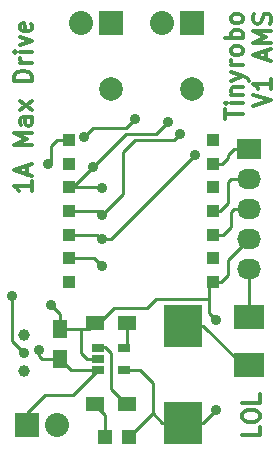
<source format=gtl>
%FSLAX46Y46*%
G04 Gerber Fmt 4.6, Leading zero omitted, Abs format (unit mm)*
G04 Created by KiCad (PCBNEW (2014-jul-16 BZR unknown)-product) date Fri 10 Jul 2015 06:09:48 PM EDT*
%MOMM*%
G01*
G04 APERTURE LIST*
%ADD10C,0.100000*%
%ADD11C,0.300000*%
%ADD12R,2.500000X2.000000*%
%ADD13R,1.250000X1.500000*%
%ADD14R,1.198880X1.198880*%
%ADD15R,3.200000X3.600000*%
%ADD16R,2.032000X1.727200*%
%ADD17O,2.032000X1.727200*%
%ADD18R,2.032000X2.032000*%
%ADD19O,2.032000X2.032000*%
%ADD20C,1.000760*%
%ADD21R,1.060000X0.650000*%
%ADD22R,1.000000X1.000000*%
%ADD23C,1.998980*%
%ADD24R,1.500000X1.300000*%
%ADD25C,0.889000*%
%ADD26C,0.254000*%
G04 APERTURE END LIST*
D10*
D11*
X173652571Y-108901714D02*
X173652571Y-109758857D01*
X173652571Y-109330285D02*
X172152571Y-109330285D01*
X172366857Y-109473142D01*
X172509714Y-109616000D01*
X172581143Y-109758857D01*
X173224000Y-108330286D02*
X173224000Y-107616000D01*
X173652571Y-108473143D02*
X172152571Y-107973143D01*
X173652571Y-107473143D01*
X173652571Y-105830286D02*
X172152571Y-105830286D01*
X173224000Y-105330286D01*
X172152571Y-104830286D01*
X173652571Y-104830286D01*
X173652571Y-103473143D02*
X172866857Y-103473143D01*
X172724000Y-103544572D01*
X172652571Y-103687429D01*
X172652571Y-103973143D01*
X172724000Y-104116000D01*
X173581143Y-103473143D02*
X173652571Y-103616000D01*
X173652571Y-103973143D01*
X173581143Y-104116000D01*
X173438286Y-104187429D01*
X173295429Y-104187429D01*
X173152571Y-104116000D01*
X173081143Y-103973143D01*
X173081143Y-103616000D01*
X173009714Y-103473143D01*
X173652571Y-102901714D02*
X172652571Y-102116000D01*
X172652571Y-102901714D02*
X173652571Y-102116000D01*
X173652571Y-100401714D02*
X172152571Y-100401714D01*
X172152571Y-100044571D01*
X172224000Y-99830286D01*
X172366857Y-99687428D01*
X172509714Y-99616000D01*
X172795429Y-99544571D01*
X173009714Y-99544571D01*
X173295429Y-99616000D01*
X173438286Y-99687428D01*
X173581143Y-99830286D01*
X173652571Y-100044571D01*
X173652571Y-100401714D01*
X173652571Y-98901714D02*
X172652571Y-98901714D01*
X172938286Y-98901714D02*
X172795429Y-98830286D01*
X172724000Y-98758857D01*
X172652571Y-98616000D01*
X172652571Y-98473143D01*
X173652571Y-97973143D02*
X172652571Y-97973143D01*
X172152571Y-97973143D02*
X172224000Y-98044572D01*
X172295429Y-97973143D01*
X172224000Y-97901715D01*
X172152571Y-97973143D01*
X172295429Y-97973143D01*
X172652571Y-97401714D02*
X173652571Y-97044571D01*
X172652571Y-96687429D01*
X173581143Y-95544572D02*
X173652571Y-95687429D01*
X173652571Y-95973143D01*
X173581143Y-96116000D01*
X173438286Y-96187429D01*
X172866857Y-96187429D01*
X172724000Y-96116000D01*
X172652571Y-95973143D01*
X172652571Y-95687429D01*
X172724000Y-95544572D01*
X172866857Y-95473143D01*
X173009714Y-95473143D01*
X173152571Y-96187429D01*
X192956571Y-129706571D02*
X192956571Y-130420857D01*
X191456571Y-130420857D01*
X191456571Y-128920857D02*
X191456571Y-128635143D01*
X191528000Y-128492285D01*
X191670857Y-128349428D01*
X191956571Y-128278000D01*
X192456571Y-128278000D01*
X192742286Y-128349428D01*
X192885143Y-128492285D01*
X192956571Y-128635143D01*
X192956571Y-128920857D01*
X192885143Y-129063714D01*
X192742286Y-129206571D01*
X192456571Y-129278000D01*
X191956571Y-129278000D01*
X191670857Y-129206571D01*
X191528000Y-129063714D01*
X191456571Y-128920857D01*
X192956571Y-126920856D02*
X192956571Y-127635142D01*
X191456571Y-127635142D01*
X190002571Y-103659143D02*
X190002571Y-102802000D01*
X191502571Y-103230571D02*
X190002571Y-103230571D01*
X191502571Y-102302000D02*
X190502571Y-102302000D01*
X190002571Y-102302000D02*
X190074000Y-102373429D01*
X190145429Y-102302000D01*
X190074000Y-102230572D01*
X190002571Y-102302000D01*
X190145429Y-102302000D01*
X190502571Y-101587714D02*
X191502571Y-101587714D01*
X190645429Y-101587714D02*
X190574000Y-101516286D01*
X190502571Y-101373428D01*
X190502571Y-101159143D01*
X190574000Y-101016286D01*
X190716857Y-100944857D01*
X191502571Y-100944857D01*
X190502571Y-100373428D02*
X191502571Y-100016285D01*
X190502571Y-99659143D02*
X191502571Y-100016285D01*
X191859714Y-100159143D01*
X191931143Y-100230571D01*
X192002571Y-100373428D01*
X191502571Y-99087714D02*
X190502571Y-99087714D01*
X190788286Y-99087714D02*
X190645429Y-99016286D01*
X190574000Y-98944857D01*
X190502571Y-98802000D01*
X190502571Y-98659143D01*
X191502571Y-97944857D02*
X191431143Y-98087715D01*
X191359714Y-98159143D01*
X191216857Y-98230572D01*
X190788286Y-98230572D01*
X190645429Y-98159143D01*
X190574000Y-98087715D01*
X190502571Y-97944857D01*
X190502571Y-97730572D01*
X190574000Y-97587715D01*
X190645429Y-97516286D01*
X190788286Y-97444857D01*
X191216857Y-97444857D01*
X191359714Y-97516286D01*
X191431143Y-97587715D01*
X191502571Y-97730572D01*
X191502571Y-97944857D01*
X191502571Y-96802000D02*
X190002571Y-96802000D01*
X190574000Y-96802000D02*
X190502571Y-96659143D01*
X190502571Y-96373429D01*
X190574000Y-96230572D01*
X190645429Y-96159143D01*
X190788286Y-96087714D01*
X191216857Y-96087714D01*
X191359714Y-96159143D01*
X191431143Y-96230572D01*
X191502571Y-96373429D01*
X191502571Y-96659143D01*
X191431143Y-96802000D01*
X191502571Y-95230571D02*
X191431143Y-95373429D01*
X191359714Y-95444857D01*
X191216857Y-95516286D01*
X190788286Y-95516286D01*
X190645429Y-95444857D01*
X190574000Y-95373429D01*
X190502571Y-95230571D01*
X190502571Y-95016286D01*
X190574000Y-94873429D01*
X190645429Y-94802000D01*
X190788286Y-94730571D01*
X191216857Y-94730571D01*
X191359714Y-94802000D01*
X191431143Y-94873429D01*
X191502571Y-95016286D01*
X191502571Y-95230571D01*
X192402571Y-102551999D02*
X193902571Y-102051999D01*
X192402571Y-101551999D01*
X193902571Y-100266285D02*
X193902571Y-101123428D01*
X193902571Y-100694856D02*
X192402571Y-100694856D01*
X192616857Y-100837713D01*
X192759714Y-100980571D01*
X192831143Y-101123428D01*
X193474000Y-98552000D02*
X193474000Y-97837714D01*
X193902571Y-98694857D02*
X192402571Y-98194857D01*
X193902571Y-97694857D01*
X193902571Y-97194857D02*
X192402571Y-97194857D01*
X193474000Y-96694857D01*
X192402571Y-96194857D01*
X193902571Y-96194857D01*
X193831143Y-95552000D02*
X193902571Y-95337714D01*
X193902571Y-94980571D01*
X193831143Y-94837714D01*
X193759714Y-94766285D01*
X193616857Y-94694857D01*
X193474000Y-94694857D01*
X193331143Y-94766285D01*
X193259714Y-94837714D01*
X193188286Y-94980571D01*
X193116857Y-95266285D01*
X193045429Y-95409143D01*
X192974000Y-95480571D01*
X192831143Y-95552000D01*
X192688286Y-95552000D01*
X192545429Y-95480571D01*
X192474000Y-95409143D01*
X192402571Y-95266285D01*
X192402571Y-94909143D01*
X192474000Y-94694857D01*
D12*
X192024000Y-124428000D03*
X192024000Y-120428000D03*
D13*
X176022000Y-123932000D03*
X176022000Y-121432000D03*
D14*
X179798980Y-130556000D03*
X181897020Y-130556000D03*
D15*
X186436000Y-129322000D03*
X186436000Y-121122000D03*
D16*
X192024000Y-106172000D03*
D17*
X192024000Y-108712000D03*
X192024000Y-111252000D03*
X192024000Y-113792000D03*
X192024000Y-116332000D03*
D18*
X173228000Y-129540000D03*
D19*
X175768000Y-129540000D03*
D20*
X172974000Y-124945140D03*
X172974000Y-121942860D03*
D21*
X179240000Y-123002000D03*
X179240000Y-123952000D03*
X179240000Y-124902000D03*
X181440000Y-124902000D03*
X181440000Y-123002000D03*
D22*
X176780000Y-117406000D03*
X176780000Y-115406000D03*
X176780000Y-113406000D03*
X176780000Y-111406000D03*
X176780000Y-109406000D03*
X176780000Y-107406000D03*
X176780000Y-105406000D03*
X188980000Y-117406000D03*
X188980000Y-115406000D03*
X188980000Y-113406000D03*
X188980000Y-111406000D03*
X188980000Y-109406000D03*
X188980000Y-107406000D03*
X188980000Y-105406000D03*
D23*
X187198000Y-101092000D03*
X180340000Y-101092000D03*
D24*
X178990000Y-127762000D03*
X181690000Y-127762000D03*
X181690000Y-120904000D03*
X178990000Y-120904000D03*
D18*
X187198000Y-95504000D03*
D19*
X184658000Y-95504000D03*
D18*
X180340000Y-95504000D03*
D19*
X177800000Y-95504000D03*
D25*
X189230000Y-128270000D03*
X175260000Y-119380000D03*
X189230000Y-120650000D03*
X174244000Y-123190000D03*
X175006000Y-107442000D03*
X185166000Y-103886000D03*
X178816000Y-107696000D03*
X179578000Y-109474000D03*
X186182000Y-104902000D03*
X179578000Y-111760000D03*
X187452000Y-106680000D03*
X179578000Y-113792000D03*
X178054000Y-105156000D03*
X182372000Y-103632000D03*
X179578000Y-116078000D03*
X171958000Y-118618000D03*
X172974000Y-123444000D03*
D26*
X192024000Y-124428000D02*
X191484000Y-124428000D01*
X191484000Y-124428000D02*
X188178000Y-121122000D01*
X188178000Y-121122000D02*
X186436000Y-121122000D01*
X192024000Y-116332000D02*
X192024000Y-120428000D01*
X181897020Y-130556000D02*
X181897020Y-130522980D01*
X181897020Y-130522980D02*
X183896000Y-128524000D01*
X181440000Y-124902000D02*
X182814000Y-124902000D01*
X184694000Y-129322000D02*
X186436000Y-129322000D01*
X183896000Y-128524000D02*
X184694000Y-129322000D01*
X183896000Y-125984000D02*
X183896000Y-128524000D01*
X182814000Y-124902000D02*
X183896000Y-125984000D01*
X186436000Y-129322000D02*
X188178000Y-129322000D01*
X188178000Y-129322000D02*
X189230000Y-128270000D01*
X178990000Y-120904000D02*
X179324000Y-120904000D01*
X179324000Y-120904000D02*
X180594000Y-119634000D01*
X184150000Y-118872000D02*
X188628000Y-118872000D01*
X183388000Y-119634000D02*
X184150000Y-118872000D01*
X180594000Y-119634000D02*
X183388000Y-119634000D01*
X188980000Y-117406000D02*
X189680000Y-117406000D01*
X190246000Y-115570000D02*
X192024000Y-113792000D01*
X190246000Y-116840000D02*
X190246000Y-115570000D01*
X189680000Y-117406000D02*
X190246000Y-116840000D01*
X177800000Y-121432000D02*
X178462000Y-121432000D01*
X178462000Y-121432000D02*
X178990000Y-120904000D01*
X176022000Y-120142000D02*
X176022000Y-121432000D01*
X175260000Y-119380000D02*
X176022000Y-120142000D01*
X176022000Y-120904000D02*
X176022000Y-121432000D01*
X176022000Y-121158000D02*
X176022000Y-121432000D01*
X179240000Y-123952000D02*
X178308000Y-123952000D01*
X177800000Y-123444000D02*
X177800000Y-121432000D01*
X178308000Y-123952000D02*
X177800000Y-123444000D01*
X176022000Y-121432000D02*
X177800000Y-121432000D01*
X189230000Y-120650000D02*
X188628000Y-120048000D01*
X188628000Y-120048000D02*
X188628000Y-118872000D01*
X188628000Y-118872000D02*
X188628000Y-117059001D01*
X192024000Y-113792000D02*
X191895001Y-113792000D01*
X175788000Y-123698000D02*
X176992000Y-124902000D01*
X176992000Y-124902000D02*
X179240000Y-124902000D01*
X176002000Y-123952000D02*
X176022000Y-123932000D01*
X174244000Y-123190000D02*
X174244000Y-123698000D01*
X174244000Y-123698000D02*
X174498000Y-123952000D01*
X174498000Y-123952000D02*
X176002000Y-123952000D01*
X177142000Y-127000000D02*
X179240000Y-124902000D01*
X174752000Y-127000000D02*
X177142000Y-127000000D01*
X173228000Y-128524000D02*
X174752000Y-127000000D01*
X173228000Y-129540000D02*
X173228000Y-128524000D01*
X175772000Y-105406000D02*
X176780000Y-105406000D01*
X175260000Y-105918000D02*
X175772000Y-105406000D01*
X175260000Y-107188000D02*
X175260000Y-105918000D01*
X175006000Y-107442000D02*
X175260000Y-107188000D01*
X179798980Y-130556000D02*
X179798980Y-128670980D01*
X179798980Y-128670980D02*
X178890000Y-127762000D01*
X188980000Y-107406000D02*
X189774000Y-107406000D01*
X190754000Y-106172000D02*
X192024000Y-106172000D01*
X190246000Y-106680000D02*
X190754000Y-106172000D01*
X190246000Y-106934000D02*
X190246000Y-106680000D01*
X189774000Y-107406000D02*
X190246000Y-106934000D01*
X188628000Y-107059001D02*
X189104999Y-107059001D01*
X192024000Y-108712000D02*
X190500000Y-108712000D01*
X189584000Y-111406000D02*
X188980000Y-111406000D01*
X190246000Y-110744000D02*
X189584000Y-111406000D01*
X190246000Y-108966000D02*
X190246000Y-110744000D01*
X190500000Y-108712000D02*
X190246000Y-108966000D01*
X188628000Y-111059001D02*
X188914999Y-111059001D01*
X191262000Y-108712000D02*
X192024000Y-108712000D01*
X192024000Y-111252000D02*
X190754000Y-111252000D01*
X189870000Y-113406000D02*
X188980000Y-113406000D01*
X190500000Y-112776000D02*
X189870000Y-113406000D01*
X190500000Y-111506000D02*
X190500000Y-112776000D01*
X190754000Y-111252000D02*
X190500000Y-111506000D01*
X188628000Y-113059001D02*
X188946999Y-113059001D01*
X181790000Y-127762000D02*
X181610000Y-127762000D01*
X181610000Y-127762000D02*
X180340000Y-126492000D01*
X180340000Y-126492000D02*
X180340000Y-123444000D01*
X180340000Y-123444000D02*
X179832000Y-122936000D01*
X179832000Y-122936000D02*
X179306000Y-122936000D01*
X179306000Y-122936000D02*
X179240000Y-123002000D01*
X181690000Y-120904000D02*
X181690000Y-122752000D01*
X181690000Y-122752000D02*
X181440000Y-123002000D01*
X181610000Y-104902000D02*
X178816000Y-107696000D01*
X184150000Y-104902000D02*
X181610000Y-104902000D01*
X185166000Y-103886000D02*
X184150000Y-104902000D01*
X176780000Y-109406000D02*
X177106000Y-109406000D01*
X177106000Y-109406000D02*
X178816000Y-107696000D01*
X176780000Y-109406000D02*
X179510000Y-109406000D01*
X179510000Y-109406000D02*
X179578000Y-109474000D01*
X181356000Y-109982000D02*
X179578000Y-111760000D01*
X181356000Y-106426000D02*
X181356000Y-109982000D01*
X182372000Y-105410000D02*
X181356000Y-106426000D01*
X185674000Y-105410000D02*
X182372000Y-105410000D01*
X186182000Y-104902000D02*
X185674000Y-105410000D01*
X176780000Y-111406000D02*
X179224000Y-111406000D01*
X179224000Y-111406000D02*
X179578000Y-111760000D01*
X179578000Y-113792000D02*
X180340000Y-113792000D01*
X180340000Y-113792000D02*
X187452000Y-106680000D01*
X176780000Y-113406000D02*
X176780000Y-113096000D01*
X176780000Y-113406000D02*
X179192000Y-113406000D01*
X179192000Y-113406000D02*
X179578000Y-113792000D01*
X178816000Y-104394000D02*
X178054000Y-105156000D01*
X181610000Y-104394000D02*
X178816000Y-104394000D01*
X182372000Y-103632000D02*
X181610000Y-104394000D01*
X176780000Y-115406000D02*
X178906000Y-115406000D01*
X178906000Y-115406000D02*
X179578000Y-116078000D01*
X171958000Y-122428000D02*
X171958000Y-118618000D01*
X172974000Y-123444000D02*
X171958000Y-122428000D01*
M02*

</source>
